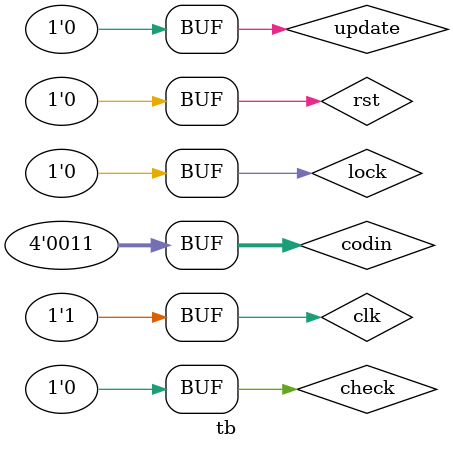
<source format=v>
`timescale 1ns / 1ps


module tb(

);
    reg clk,rst=0;
    reg lock;
    reg check,update;
    reg [3:0] codin;
//    wire [3:0] codeout;
//    wire [3:0] code;
//    wire checkout,updateout;
//    wire store;
    wire unlock;
    wire err_led,beep;
    always begin
        clk=0;
        # 2;
        clk=1;
        # 2;
    end
//    code4_reg stCode(.clk(clk),.update(store),.code(code),.code_in(codeout));
//    code4_in test(.codein(codin),.check(check),.update(update),.codeout(codeout),.checkout(checkout),.updateout(updateout));
//    lock_dectect dec(.clk(clk),.rst(rst),.lock(lock),.store(store),.codin(codeout),.check(checkout),.update(updateout),
//                        .unlock(unlock),.err_led(err_led),.code(code),.beep(beep));
    top tp(.codein(codin),.check(check),.update(update),.rst(rst),.lock(lock),.err_led(err_led),.beep(beep),.unlock(unlock),.clk(clk));
    initial begin
        check=0;
        update=0;
        lock=0;
        codin=4'b0000;
        # 4 codin=4'b1111;
        # 4 check=1;
        # 80 check=0;
        # 4 rst=1;
        # 4 rst=0;
        # 4 codin=4'b1011;
        # 4 check=1;
        # 4 check=0;
        # 4 codin=4'b0011;
        # 4 update=1;
        # 4 update=0;
        # 4 lock=1;
        # 4 lock=0;
        # 4 codin=4'b1101;
        # 4 check=1;
        # 20 check=0;
        # 4 rst=1;
        # 4 rst=0;
        # 4 codin=4'b0011;
        # 4 check=1;
        # 4 check=0;
        # 4 rst=1;
        # 4 rst=0;
        
        
    end
endmodule


</source>
